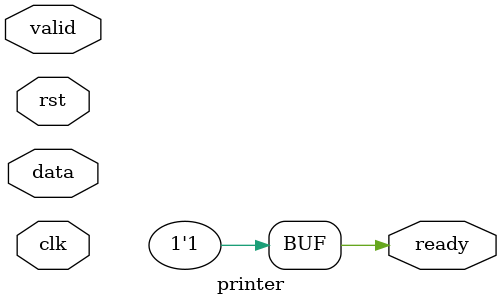
<source format=sv>
`timescale 1ns / 1ps


module printer(
    input wire logic clk,
    input wire logic rst,
    input wire logic valid,
    input wire logic [7:0] data,
    output logic ready
    );
    
assign ready = 1'b1;
    
always @(posedge clk) begin
  if(valid) begin
    $display("Got: %h", data);
  end
end
endmodule

</source>
